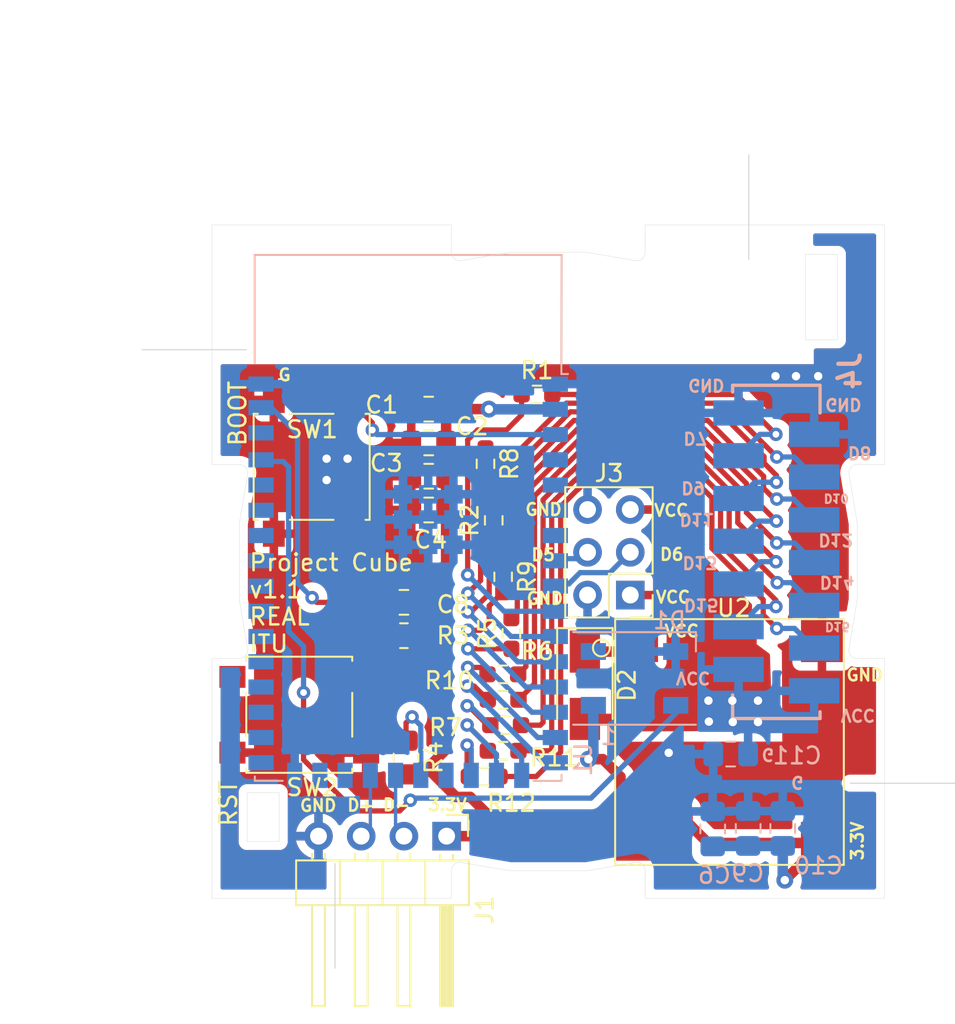
<source format=kicad_pcb>
(kicad_pcb (version 20221018) (generator pcbnew)
  (layers (0 "F.Cu" signal) (31 "B.Cu" signal) (34 "B.Paste" user) (35 "F.Paste" user) (36 "B.SilkS" user "B.Silkscreen") (37 "F.SilkS" user "F.Silkscreen") (38 "B.Mask" user) (39 "F.Mask" user) (44 "Edge.Cuts" user))
  (net 0 "")
  (net 1 "+3V3")
  (net 2 "GND")
  (net 3 "/Vin")
  (net 4 "/RESET")
  (net 5 "/NEOPIX")
  (net 7 "/D+")
  (net 8 "/D-")
  (net 9 "/D5")
  (net 10 "/D6")
  (net 11 "/D7")
  (net 12 "/D8")
  (net 13 "/D9")
  (net 14 "/D10")
  (net 15 "/D11")
  (net 16 "/D12")
  (net 17 "/BOOT0")
  (net 18 "/PSRAMCS")
  (net 19 "/SDA")
  (net 20 "/SCL")
  (net 21 "/MOSI")
  (net 22 "/SCK")
  (net 23 "/MISO")
  (net 24 "/IO38_DBLTAP")
  (net 25 "/TCK")
  (net 26 "/TDO")
  (net 27 "/TDI")
  (net 28 "/TMS_D42")
  (net 29 "/TXD0")
  (net 30 "/RXD0")
  (net 31 "/AD5")
  (net 32 "/AD4")
  (net 33 "/AD3")
  (net 34 "/AD2")
  (net 35 "/D21")
  (net 36 "/AD1")
  (net 37 "/AD0")
  (net 38 "/D16")
  (net 39 "/D15")
  (net 40 "/D14")
  (net 41 "/D13")
  (net 43 "Net-(D2-Pad1)")
  (net 45 "Net-(J4-Pad3)")
  (net 46 "Net-(J4-Pad4)")
  (net 47 "Net-(J4-Pad5)")
  (net 48 "Net-(J4-Pad6)")
  (net 49 "Net-(J4-Pad7)")
  (net 50 "Net-(J4-Pad8)")
  (net 51 "Net-(J4-Pad9)")
  (net 52 "Net-(J4-Pad10)")
  (net 53 "Net-(J4-Pad11)")
  (net 54 "Net-(J4-Pad12)")
  (footprint "Resistor_SMD:R_0805_2012Metric_Pad1.20x1.40mm_HandSolder" (layer "F.Cu") (at 211.328 74.422 180)
    (fp_text reference "R3")
    (fp_text value "10k")
  )
  (footprint "Capacitor_SMD:C_0805_2012Metric_Pad1.18x1.45mm_HandSolder" (layer "F.Cu") (at 211.328 72.4408)
    (fp_text reference "C8")
    (fp_text value "1u")
  )
  (footprint "Connector_PinHeader_2.54mm:PinHeader_2x03_P2.54mm_Vertical" (layer "F.Cu") (at 224.79 72.009 180)
    (fp_text reference "J3")
    (fp_text value "Conn_02x03_Odd_Even")
  )
  (footprint "Capacitor_SMD:C_0805_2012Metric_Pad1.18x1.45mm_HandSolder" (layer "F.Cu") (at 212.8012 66.9544 180)
    (fp_text reference "C4")
    (fp_text value "10u")
  )
  (footprint "Capacitor_SMD:C_0805_2012Metric_Pad1.18x1.45mm_HandSolder" (layer "F.Cu") (at 212.8012 62.9666 180)
    (fp_text reference "C2")
    (fp_text value "10u")
  )
  (footprint "Capacitor_SMD:C_0805_2012Metric_Pad1.18x1.45mm_HandSolder" (layer "F.Cu") (at 212.8012 60.96 180)
    (fp_text reference "C1")
    (fp_text value "10u")
  )
  (footprint "Button_Switch_SMD:SW_SPST_B3S-1000" (layer "F.Cu") (at 205.8416 64.389 90)
    (fp_text reference "SW1")
    (fp_text value "SW_Push")
  )
  (footprint "Button_Switch_SMD:SW_SPST_B3S-1000" (layer "F.Cu") (at 205.105 79.121 180)
    (fp_text reference "SW2")
    (fp_text value "SW_Push")
  )
  (footprint "Resistor_SMD:R_0805_2012Metric_Pad1.20x1.40mm_HandSolder" (layer "F.Cu") (at 211.455 81.661 -90)
    (fp_text reference "R4")
    (fp_text value "10k")
  )
  (footprint "Capacitor_SMD:C_0805_2012Metric_Pad1.18x1.45mm_HandSolder" (layer "F.Cu") (at 212.8012 64.9478 180)
    (fp_text reference "C3")
    (fp_text value "10u")
  )
  (footprint "Resistor_SMD:R_0603_1608Metric_Pad0.98x0.95mm_HandSolder" (layer "F.Cu") (at 217.38 79.74 180)
    (fp_text reference "R11")
    (fp_text value "500")
  )
  (footprint "Resistor_SMD:R_0603_1608Metric_Pad0.98x0.95mm_HandSolder" (layer "F.Cu") (at 216.18 64.21 -90)
    (fp_text reference "R8")
    (fp_text value "500")
  )
  (footprint "Resistor_SMD:R_0603_1608Metric_Pad0.98x0.95mm_HandSolder" (layer "F.Cu") (at 217.72 74.29 90)
    (fp_text reference "R5")
    (fp_text value "500")
  )
  (footprint "Resistor_SMD:R_0603_1608Metric_Pad0.98x0.95mm_HandSolder" (layer "F.Cu") (at 219.24 60.09)
    (fp_text reference "R1")
    (fp_text value "500")
  )
  (footprint "Connector_PinHeader_2.54mm:PinHeader_1x04_P2.54mm_Horizontal" (layer "F.Cu") (at 213.868 86.3346 -90)
    (fp_text reference "J1")
    (fp_text value "Conn_01x04_Male")
  )
  (footprint "Resistor_SMD:R_0603_1608Metric_Pad0.98x0.95mm_HandSolder" (layer "F.Cu") (at 217.23 81.26)
    (fp_text reference "R7")
    (fp_text value "500")
  )
  (footprint "Resistor_SMD:R_0603_1608Metric_Pad0.98x0.95mm_HandSolder" (layer "F.Cu") (at 216.67 67.57 90)
    (fp_text reference "R2")
    (fp_text value "500")
  )
  (footprint "Resistor_SMD:R_0603_1608Metric_Pad0.98x0.95mm_HandSolder" (layer "F.Cu") (at 216.1 82.79 180)
    (fp_text reference "R12")
    (fp_text value "500")
  )
  (footprint "Custom:K7803JT-500R3-SMD" (layer "F.Cu") (at 230.69 80.74)
    (fp_text reference "U2")
    (fp_text value "K78xxJT-500R3")
  )
  (footprint "Diode_SMD:D_SMA" (layer "F.Cu") (at 222.09 77.37 -90)
    (fp_text reference "D2")
    (fp_text value "D_Schottky")
  )
  (footprint "Resistor_SMD:R_0603_1608Metric_Pad0.98x0.95mm_HandSolder" (layer "F.Cu") (at 217.23 78.23)
    (fp_text reference "R6")
    (fp_text value "500")
  )
  (footprint "Resistor_SMD:R_0603_1608Metric_Pad0.98x0.95mm_HandSolder" (layer "F.Cu") (at 217.23 70.9225 -90)
    (fp_text reference "R9")
    (fp_text value "500")
  )
  (footprint "Resistor_SMD:R_0603_1608Metric_Pad0.98x0.95mm_HandSolder" (layer "F.Cu") (at 217.21 76.72 180)
    (fp_text reference "R10")
    (fp_text value "500")
  )
  (footprint "Capacitor_SMD:C_0805_2012Metric_Pad1.18x1.45mm_HandSolder" (layer "B.Cu") (at 231.8004 85.8774 90)
    (fp_text reference "C9")
    (fp_text value "22u")
  )
  (footprint "LED_SMD:LED_WS2812B_PLCC4_5.0x5.0mm_P3.2mm" (layer "B.Cu") (at 225.044 76.962)
    (fp_text reference "D1")
    (fp_text value "WS2812B")
  )
  (footprint "Capacitor_SMD:C_0805_2012Metric_Pad1.18x1.45mm_HandSolder" (layer "B.Cu") (at 229.6922 85.9028 90)
    (fp_text reference "C6")
    (fp_text value "0.1u")
  )
  (footprint "Custom:TE_Micromatch_2,54_14_SMD" (layer "B.Cu") (at 233.4768 69.4436 -90)
    (fp_text reference "J4")
    (fp_text value "Conn_02x07_Odd_Even" hide)
  )
  (footprint "Capacitor_SMD:C_0805_2012Metric_Pad1.18x1.45mm_HandSolder" (layer "B.Cu") (at 230.759 81.4578 180)
    (fp_text reference "C11")
    (fp_text value "10u")
  )
  (footprint "Capacitor_SMD:C_0805_2012Metric_Pad1.18x1.45mm_HandSolder" (layer "B.Cu") (at 233.8578 85.8774 90)
    (fp_text reference "C10")
    (fp_text value "22u")
  )
  (footprint "Custom:ESP32-S2-WROVER" (layer "B.Cu") (at 211.582 71.247 180)
    (fp_text reference "U1")
    (fp_text value "ESP32-S2-WROVER")
  )
  (gr_line (start 202.0062 83.7518) (end 203.9112 83.7518) (stroke (width 0.02)) (layer "Edge.Cuts"))
  (gr_line (start 203.9112 86.6518) (end 203.9112 83.7518) (stroke (width 0.02)) (layer "Edge.Cuts"))
  (gr_line (start 235.204 51.7652) (end 237.109 51.7652) (stroke (width 0.02)) (layer "Edge.Cuts"))
  (gr_line (start 237.109 51.7652) (end 237.109 56.8452) (stroke (width 0.02)) (layer "Edge.Cuts"))
  (gr_line (start 235.204 51.7652) (end 235.204 56.8452) (stroke (width 0.02)) (layer "Edge.Cuts"))
  (gr_line (start 237.109 56.8452) (end 235.204 56.8452) (stroke (width 0.02)) (layer "Edge.Cuts"))
  (gr_arc (start 225.677799 51.641949) (mid 225.500568 52.023865) (end 225.094466 52.135008) (stroke (width 0.02)) (layer "Edge.Cuts"))
  (gr_line (start 225.095666 52.135008) (end 222.179 51.642001) (stroke (width 0.02)) (layer "Edge.Cuts"))
  (gr_line (start 201.539715 72.28129) (end 202.032721 75.197957) (stroke (width 0.02)) (layer "Edge.Cuts"))
  (gr_arc (start 237.795511 64.836099) (mid 237.906611 64.429986) (end 238.288509 64.252715) (stroke (width 0.02)) (layer "Edge.Cuts"))
  (gr_line (start 217.650429 88.392001) (end 222.179004 88.392001) (stroke (width 0.02)) (layer "Edge.Cuts"))
  (gr_line (start 201.539715 67.752715) (end 201.539715 72.28129) (stroke (width 0.02)) (layer "Edge.Cuts"))
  (gr_line (start 222.179 51.642001) (end 217.650425 51.642001) (stroke (width 0.02)) (layer "Edge.Cuts"))
  (gr_line (start 238.289715 67.752712) (end 237.796708 64.836045) (stroke (width 0.02)) (layer "Edge.Cuts"))
  (gr_arc (start 202.031507 75.197903) (mid 201.920407 75.604016) (end 201.538509 75.781287) (stroke (width 0.02)) (layer "Edge.Cuts"))
  (gr_line (start 202.032721 64.836049) (end 201.539715 67.752715) (stroke (width 0.02)) (layer "Edge.Cuts"))
  (gr_arc (start 214.732608 52.135003) (mid 214.325729 52.023255) (end 214.149224 51.64) (stroke (width 0.02)) (layer "Edge.Cuts"))
  (gr_line (start 214.733762 87.898994) (end 217.650429 88.392001) (stroke (width 0.02)) (layer "Edge.Cuts"))
  (gr_line (start 238.289715 72.281287) (end 238.289715 67.752712) (stroke (width 0.02)) (layer "Edge.Cuts"))
  (gr_line (start 222.179004 88.392001) (end 225.095671 87.898994) (stroke (width 0.02)) (layer "Edge.Cuts"))
  (gr_arc (start 201.538458 64.252712) (mid 201.920374 64.429944) (end 202.031516 64.836046) (stroke (width 0.02)) (layer "Edge.Cuts"))
  (gr_line (start 237.796708 75.197954) (end 238.289715 72.281287) (stroke (width 0.02)) (layer "Edge.Cuts"))
  (gr_arc (start 214.149221 88.392052) (mid 214.326453 88.010137) (end 214.732554 87.898995) (stroke (width 0.02)) (layer "Edge.Cuts"))
  (gr_arc (start 225.094411 87.899003) (mid 225.500524 88.010103) (end 225.677795 88.392001) (stroke (width 0.02)) (layer "Edge.Cuts"))
  (gr_arc (start 238.288561 75.781289) (mid 237.906645 75.604058) (end 237.795503 75.197957) (stroke (width 0.02)) (layer "Edge.Cuts"))
  (gr_line (start 217.650425 51.642001) (end 214.733759 52.135008) (stroke (width 0.02)) (layer "Edge.Cuts"))
  (gr_line (start 237.87 83.1885) (end 244.093 83.1885) (stroke (width 0.05588)) (layer "Edge.Cuts"))
  (gr_line (start 238.289714 64.252715) (end 239.914714 64.252715) (stroke (width 0.02)) (layer "Edge.Cuts"))
  (gr_line (start 201.539715 75.781286) (end 199.914715 75.781286) (stroke (width 0.02)) (layer "Edge.Cuts"))
  (gr_line (start 199.914715 50.017001) (end 199.914715 64.252715) (stroke (width 0.02)) (layer "Edge.Cuts"))
  (gr_line (start 239.914714 50.017001) (end 225.679 50.017001) (stroke (width 0.02)) (layer "Edge.Cuts"))
  (gr_line (start 199.914715 75.781286) (end 199.914715 90.017) (stroke (width 0.02)) (layer "Edge.Cuts"))
  (gr_line (start 225.679 90.017) (end 239.914714 90.017) (stroke (width 0.02)) (layer "Edge.Cuts"))
  (gr_line (start 231.8385 52.07) (end 231.8385 45.847) (stroke (width 0.05588)) (layer "Edge.Cuts"))
  (gr_line (start 214.149224 51.64) (end 214.150426 50.017001) (stroke (width 0.02)) (layer "Edge.Cuts"))
  (gr_line (start 239.914714 75.78128) (end 238.289714 75.78129) (stroke (width 0.02)) (layer "Edge.Cuts"))
  (gr_line (start 214.150426 90.017) (end 214.150426 88.392) (stroke (width 0.02)) (layer "Edge.Cuts"))
  (gr_line (start 214.150426 50.017001) (end 199.914715 50.017001) (stroke (width 0.02)) (layer "Edge.Cuts"))
  (gr_line (start 199.914715 64.252715) (end 201.539715 64.252711) (stroke (width 0.02)) (layer "Edge.Cuts"))
  (gr_line (start 239.914714 64.252715) (end 239.914714 50.017001) (stroke (width 0.02)) (layer "Edge.Cuts"))
  (gr_line (start 239.914714 90.017) (end 239.914714 75.78128) (stroke (width 0.02)) (layer "Edge.Cuts"))
  (gr_line (start 199.914715 90.017) (end 214.150426 90.017) (stroke (width 0.02)) (layer "Edge.Cuts"))
  (gr_line (start 202.0062 86.6518) (end 203.9112 86.6518) (stroke (width 0.02)) (layer "Edge.Cuts"))
  (gr_line (start 225.679 50.017001) (end 225.679003 51.642001) (stroke (width 0.02)) (layer "Edge.Cuts"))
  (gr_line (start 202.0062 83.7518) (end 202.0062 86.6518) (stroke (width 0.02)) (layer "Edge.Cuts"))
  (gr_line (start 225.679 88.392) (end 225.679 90.017) (stroke (width 0.02)) (layer "Edge.Cuts"))
  (gr_line (start 201.97 57.4315) (end 195.747 57.4315) (stroke (width 0.05588)) (layer "Edge.Cuts"))
  (gr_line (start 207.2315 87.96) (end 207.2315 94.183) (stroke (width 0.05588)) (layer "Edge.Cuts"))
  (gr_text "VCC" (at 238.3282 79.1464 180) (layer "B.SilkS") (effects (font (size 0.7 0.7)) (justify mirror)))
  (gr_text "D7" (at 228.6508 62.6872 180) (layer "B.SilkS") (effects (font (size 0.7 0.7)) (justify mirror)))
  (gr_text "D16" (at 237.109 73.8886 180) (layer "B.SilkS") (effects (font (size 0.5 0.5) (thickness 0.125)) (justify mirror)))
  (gr_text "G" (at 234.7214 83.1342 180) (layer "B.SilkS") (effects (font (size 0.7 0.7)) (justify mirror)))
  (gr_text "VCC" (at 228.5238 76.9366 180) (layer "B.SilkS") (effects (font (size 0.7 0.7)) (justify mirror)))
  (gr_text "D10" (at 237.04 66.26 180) (layer "B.SilkS") (effects (font (size 0.5 0.5) (thickness 0.125)) (justify mirror)))
  (gr_text "D11" (at 228.7524 67.5132 180) (layer "B.SilkS") (effects (font (size 0.7 0.7)) (justify mirror)))
  (gr_text "D9" (at 228.5238 65.6336 180) (layer "B.SilkS") (effects (font (size 0.7 0.7)) (justify mirror)))
  (gr_text "D8" (at 238.4298 63.5508 180) (layer "B.SilkS") (effects (font (size 0.7 0.7)) (justify mirror)))
  (gr_text "D14" (at 237.0836 71.247 180) (layer "B.SilkS") (effects (font (size 0.7 0.7)) (justify mirror)))
  (gr_text "D12" (at 237.0074 68.7324 180) (layer "B.SilkS") (effects (font (size 0.7 0.7)) (justify mirror)))
  (gr_text "D13" (at 228.9302 70.0786 180) (layer "B.SilkS") (effects (font (size 0.7 0.7)) (justify mirror)))
  (gr_text "GND" (at 229.3112 59.5376 180) (layer "B.SilkS") (effects (font (size 0.7 0.7)) (justify mirror)))
  (gr_text "GND" (at 237.4646 60.6806 180) (layer "B.SilkS") (effects (font (size 0.7 0.7)) (justify mirror)))
  (gr_text "D15" (at 229.0064 72.5932 180) (layer "B.SilkS") (effects (font (size 0.7 0.7)) (justify mirror)))
  (gr_text "G" (at 232.9688 81.4832 180) (layer "B.SilkS") (effects (font (size 0.7 0.7)) (justify mirror)))
  (gr_text "D5" (at 219.6084 69.6214) (layer "F.SilkS") (effects (font (size 0.7 0.7))))
  (gr_text "VCC" (at 227.2284 66.9798) (layer "F.SilkS") (effects (font (size 0.7 0.7))))
  (gr_text "D+" (at 208.76 84.5) (layer "F.SilkS") (effects (font (size 0.7 0.7))))
  (gr_text "D-" (at 210.88 84.48) (layer "F.SilkS") (effects (font (size 0.7 0.7))))
  (gr_text "G" (at 204.23 58.93) (layer "F.SilkS") (effects (font (size 0.7 0.7))))
  (gr_text "D6" (at 227.2538 69.596) (layer "F.SilkS") (effects (font (size 0.7 0.7))))
  (gr_text "GND" (at 219.71 72.2122) (layer "F.SilkS") (effects (font (size 0.7 0.7))))
  (gr_text "Project Cube\nv1.1\nREAL\nITU" (at 202.05 72.49) (layer "F.SilkS") (effects (font (size 1 1)) (justify left)))
  (gr_text "3.3V" (at 213.92 84.47) (layer "F.SilkS") (effects (font (size 0.7 0.7))))
  (gr_text "3.3V" (at 238.3 86.62 90) (layer "F.SilkS") (effects (font (size 0.7 0.7))))
  (gr_text "VCC" (at 227.33 72.136) (layer "F.SilkS") (effects (font (size 0.7 0.7))))
  (gr_text "GND" (at 238.73 76.76) (layer "F.SilkS") (effects (font (size 0.7 0.7))))
  (gr_text "RST" (at 200.89 84.39 90) (layer "F.SilkS") (effects (font (size 1 1))))
  (gr_text "GND" (at 219.6338 66.929) (layer "F.SilkS") (effects (font (size 0.7 0.7))))
  (gr_text "VCC" (at 227.85 74.15) (layer "F.SilkS") (effects (font (size 0.7 0.7))))
  (gr_text "GND" (at 206.23 84.52) (layer "F.SilkS") (effects (font (size 0.7 0.7))))
  (gr_text "BOOT" (at 201.44 61.22 90) (layer "F.SilkS") (effects (font (size 1 1))))
  (segment (start 223.1644 81.7626) (end 222.3008 81.7626) (width 0.625) (layer "F.Cu") (net 1))
  (segment (start 222.7072 86.6648) (end 222.3008 87.0712) (width 0.625) (layer "F.Cu") (net 1))
  (segment (start 224.204978 84.201) (end 224.204978 82.803178) (width 0.625) (layer "F.Cu") (net 1))
  (segment (start 233.9792 88.9508) (end 236.19 86.74) (width 0.625) (layer "F.Cu") (net 1))
  (segment (start 211.455 82.661) (end 212.36 82.661) (width 0.625) (layer "F.Cu") (net 1))
  (segment (start 228.1936 85.5218) (end 228.1936 84.7852) (width 0.625) (layer "F.Cu") (net 1))
  (segment (start 212.725 82.296) (end 213.8387 81.1823) (width 0.625) (layer "F.Cu") (net 1))
  (segment (start 227.6094 84.201) (end 224.204978 84.201) (width 0.625) (layer "F.Cu") (net 1))
  (segment (start 236.19 86.74) (end 229.4118 86.74) (width 0.625) (layer "F.Cu") (net 1))
  (segment (start 213.8387 62.9666) (end 213.8387 64.9478) (width 0.625) (layer "F.Cu") (net 1))
  (segment (start 217.2462 87.0712) (end 216.3064 86.1314) (width 0.625) (layer "F.Cu") (net 1))
  (segment (start 216.1032 86.3346) (end 216.3064 86.1314) (width 0.625) (layer "F.Cu") (net 1))
  (segment (start 213.8387 74.3497) (end 213.8387 66.9544) (width 0.625) (layer "F.Cu") (net 1))
  (segment (start 213.8387 64.9478) (end 213.8387 66.9544) (width 0.625) (layer "F.Cu") (net 1))
  (segment (start 224.204978 82.803178) (end 223.1644 81.7626) (width 0.625) (layer "F.Cu") (net 1))
  (segment (start 228.1936 84.7852) (end 227.6094 84.201) (width 0.625) (layer "F.Cu") (net 1))
  (segment (start 229.4118 86.74) (end 228.1936 85.5218) (width 0.625) (layer "F.Cu") (net 1))
  (segment (start 212.36 82.661) (end 212.725 82.296) (width 0.625) (layer "F.Cu") (net 1))
  (segment (start 212.328 74.422) (end 213.7664 74.422) (width 0.625) (layer "F.Cu") (net 1))
  (segment (start 216.3064 85.0392) (end 215.27169 84.00449) (width 0.625) (layer "F.Cu") (net 1))
  (segment (start 222.3008 87.0712) (end 217.2462 87.0712) (width 0.625) (layer "F.Cu") (net 1))
  (segment (start 213.8387 81.1823) (end 213.8387 74.3497) (width 0.625) (layer "F.Cu") (net 1))
  (segment (start 213.8387 60.96) (end 213.8387 62.9666) (width 0.625) (layer "F.Cu") (net 1))
  (segment (start 222.7072 85.698778) (end 222.7072 86.6648) (width 0.625) (layer "F.Cu") (net 1))
  (segment (start 215.27169 84.00449) (end 214.43349 84.00449) (width 0.625) (layer "F.Cu") (net 1))
  (segment (start 216.3826 60.96) (end 213.8387 60.96) (width 0.625) (layer "F.Cu") (net 1))
  (segment (start 213.7664 74.422) (end 213.8387 74.3497) (width 0.625) (layer "F.Cu") (net 1))
  (segment (start 213.868 86.3346) (end 216.1032 86.3346) (width 0.625) (layer "F.Cu") (net 1))
  (segment (start 224.204978 84.201) (end 222.7072 85.698778) (width 0.625) (layer "F.Cu") (net 1))
  (segment (start 214.43349 84.00449) (end 212.725 82.296) (width 0.625) (layer "F.Cu") (net 1))
  (segment (start 216.3064 86.1314) (end 216.3064 85.0392) (width 0.625) (layer "F.Cu") (net 1))
  (via (at 216.3826 60.96) (size 1) (drill 0.5) (layers "F.Cu" "B.Cu") (net 1))
  (via (at 222.3008 81.7626) (size 1) (drill 0.5) (layers "F.Cu" "B.Cu") (net 1))
  (via (at 233.9792 88.9508) (size 1) (drill 0.5) (layers "F.Cu" "B.Cu") (net 1))
  (segment (start 233.8578 86.9149) (end 231.8004 86.9149) (width 0.625) (layer "B.Cu") (net 1))
  (segment (start 233.8578 86.9149) (end 233.8578 88.8294) (width 0.625) (layer "B.Cu") (net 1))
  (segment (start 222.594 81.4694) (end 222.3008 81.7626) (width 0.625) (layer "B.Cu") (net 1))
  (segment (start 229.7176 86.9149) (end 229.6922 86.9403) (width 0.625) (layer "B.Cu") (net 1))
  (segment (start 222.594 78.562) (end 222.594 81.4694) (width 0.625) (layer "B.Cu") (net 1))
  (segment (start 220.332 60.972) (end 216.3946 60.972) (width 0.625) (layer "B.Cu") (net 1))
  (segment (start 220.092 60.96) (end 220.207 60.845) (width 0.625) (layer "B.Cu") (net 1))
  (segment (start 233.8578 88.8294) (end 233.9792 88.9508) (width 0.625) (layer "B.Cu") (net 1))
  (segment (start 216.3946 60.972) (end 216.3826 60.96) (width 0.625) (layer "B.Cu") (net 1))
  (segment (start 220.207 60.972) (end 220.171499 60.936499) (width 0.625) (layer "B.Cu") (net 1))
  (segment (start 231.8004 86.9149) (end 229.7176 86.9149) (width 0.625) (layer "B.Cu") (net 1))
  (via (at 234.6452 59.0042) (size 1) (drill 0.5) (layers "F.Cu" "B.Cu") (net 2))
  (via (at 227.076 81.3816) (size 1) (drill 0.5) (layers "F.Cu" "B.Cu") (net 2))
  (via (at 233.426 59.0042) (size 1) (drill 0.5) (layers "F.Cu" "B.Cu") (net 2))
  (via (at 207.9752 63.9064) (size 1) (drill 0.5) (layers "F.Cu" "B.Cu") (net 2))
  (via (at 206.7306 63.9064) (size 1) (drill 0.5) (layers "F.Cu" "B.Cu") (net 2))
  (via (at 235.966 59.0042) (size 1) (drill 0.5) (layers "F.Cu" "B.Cu") (net 2))
  (via (at 206.7306 65.1764) (size 1) (drill 0.5) (layers "F.Cu" "B.Cu") (net 2))
  (segment (start 222.09 79.37) (end 224.4 79.37) (width 0.625) (layer "F.Cu") (net 3))
  (segment (start 224.4 79.37) (end 225.32 78.45) (width 0.625) (layer "F.Cu") (net 3))
  (segment (start 229.2858 79.375) (end 229.4382 79.5274) (width 0.625) (layer "F.Cu") (net 3))
  (via (at 232.3846 78.2828) (size 1) (drill 0.5) (layers "F.Cu" "B.Cu") (net 3))
  (via (at 230.8606 78.2828) (size 1) (drill 0.5) (layers "F.Cu" "B.Cu") (net 3))
  (via (at 229.4636 79.5274) (size 1) (drill 0.5) (layers "F.Cu" "B.Cu") (net 3))
  (via (at 229.4382 78.2828) (size 1) (drill 0.5) (layers "F.Cu" "B.Cu") (net 3))
  (via (at 230.886 79.5528) (size 1) (drill 0.5) (layers "F.Cu" "B.Cu") (net 3))
  (via (at 232.3846 79.5528) (size 1) (drill 0.5) (layers "F.Cu" "B.Cu") (net 3))
  (segment (start 209.08 76.871) (end 209.08 75.67) (width 0.3125) (layer "F.Cu") (net 4))
  (segment (start 209.08 75.67) (end 210.328 74.422) (width 0.3125) (layer "F.Cu") (net 4))
  (segment (start 210.2905 72.4408) (end 206.1464 72.4408) (width 0.3125) (layer "F.Cu") (net 4))
  (segment (start 206.1464 72.4408) (end 205.867 72.1614) (width 0.3125) (layer "F.Cu") (net 4))
  (segment (start 210.2905 72.4408) (end 210.2905 74.3845) (width 0.3125) (layer "F.Cu") (net 4))
  (segment (start 210.2905 74.3845) (end 210.328 74.422) (width 0.3125) (layer "F.Cu") (net 4))
  (via (at 205.867 72.1614) (size 0.8) (drill 0.4) (layers "F.Cu" "B.Cu") (net 4))
  (segment (start 205.0034 62.4332) (end 203.4422 60.872) (width 0.3125) (layer "B.Cu") (net 4))
  (segment (start 205.867 72.1614) (end 205.0034 71.2978) (width 0.3125) (layer "B.Cu") (net 4))
  (segment (start 203.4422 60.872) (end 202.832 60.872) (width 0.3125) (layer "B.Cu") (net 4))
  (segment (start 205.0034 71.2978) (end 205.0034 62.4332) (width 0.3125) (layer "B.Cu") (net 4))
  (segment (start 205.359 81.788) (end 208.407 84.836) (width 0.3125) (layer "F.Cu") (net 5))
  (segment (start 208.407 84.836) (end 211.074 84.836) (width 0.3125) (layer "F.Cu") (net 5))
  (segment (start 205.359 81.788) (end 205.359 77.8002) (width 0.3125) (layer "F.Cu") (net 5))
  (segment (start 211.074 84.836) (end 211.709 84.201) (width 0.3125) (layer "F.Cu") (net 5))
  (via (at 211.709 84.201) (size 0.8) (drill 0.4) (layers "F.Cu" "B.Cu") (net 5))
  (via (at 205.359 77.8002) (size 0.8) (drill 0.4) (layers "F.Cu" "B.Cu") (net 5))
  (segment (start 205.359 75.057) (end 204.47 74.168) (width 0.3125) (layer "B.Cu") (net 5))
  (segment (start 205.359 77.8002) (end 205.359 75.057) (width 0.3125) (layer "B.Cu") (net 5))
  (segment (start 202.957 64.072) (end 204.1465 64.072) (width 0.3125) (layer "B.Cu") (net 5))
  (segment (start 211.709 84.201) (end 211.836 84.074) (width 0.3125) (layer "B.Cu") (net 5))
  (segment (start 227.494 79.0332) (end 227.494 78.562) (width 0.3125) (layer "B.Cu") (net 5))
  (segment (start 211.836 84.074) (end 222.4532 84.074) (width 0.3125) (layer "B.Cu") (net 5))
  (segment (start 204.47 64.3955) (end 204.47 74.168) (width 0.3125) (layer "B.Cu") (net 5))
  (segment (start 204.1465 64.072) (end 204.47 64.3955) (width 0.3125) (layer "B.Cu") (net 5))
  (segment (start 222.4532 84.074) (end 227.494 79.0332) (width 0.3125) (layer "B.Cu") (net 5))
  (segment (start 209.332 85.7906) (end 208.788 86.3346) (width 0.2) (layer "B.Cu") (net 7))
  (segment (start 209.332 82.722) (end 209.332 85.7906) (width 0.2) (layer "B.Cu") (net 7))
  (segment (start 210.832 82.722) (end 210.832 85.8386) (width 0.2) (layer "B.Cu") (net 8))
  (segment (start 210.832 85.8386) (end 211.328 86.3346) (width 0.2) (layer "B.Cu") (net 8))
  (segment (start 220.207 69.845) (end 221.874 69.845) (width 0.3125) (layer "B.Cu") (net 9))
  (segment (start 221.874 69.845) (end 222.25 69.469) (width 0.3125) (layer "B.Cu") (net 9))
  (segment (start 223.583749 70.675251) (end 224.79 69.469) (width 0.3125) (layer "B.Cu") (net 10))
  (segment (start 221.805749 70.675251) (end 223.583749 70.675251) (width 0.3125) (layer "B.Cu") (net 10))
  (segment (start 221.136 71.345) (end 221.805749 70.675251) (width 0.3125) (layer "B.Cu") (net 10))
  (segment (start 220.207 71.345) (end 221.136 71.345) (width 0.3125) (layer "B.Cu") (net 10))
  (segment (start 215.71 62.2) (end 217.43 62.2) (width 0.3125) (layer "F.Cu") (net 11))
  (segment (start 215.12 62.79) (end 215.71 62.2) (width 0.3125) (layer "F.Cu") (net 11))
  (segment (start 217.43 62.2) (end 218.3275 61.3025) (width 0.3125) (layer "F.Cu") (net 11))
  (segment (start 215.12 70.81) (end 215.12 62.79) (width 0.3125) (layer "F.Cu") (net 11))
  (segment (start 218.3275 61.3025) (end 218.3275 60.09) (width 0.3125) (layer "F.Cu") (net 11))
  (via (at 215.12 70.81) (size 0.8) (drill 0.4) (layers "F.Cu" "B.Cu") (net 11))
  (segment (start 217.282 72.972) (end 215.12 70.81) (width 0.3125) (layer "B.Cu") (net 11))
  (segment (start 220.332 72.972) (end 217.282 72.972) (width 0.3125) (layer "B.Cu") (net 11))
  (segment (start 215.82 65.4825) (end 216.18 65.1225) (width 0.3125) (layer "F.Cu") (net 12))
  (segment (start 215.82 69.65) (end 215.82 65.4825) (width 0.3125) (layer "F.Cu") (net 12))
  (segment (start 215.13 71.9) (end 215.88721 71.14279) (width 0.3125) (layer "F.Cu") (net 12))
  (segment (start 215.88721 69.71721) (end 215.82 69.65) (width 0.3125) (layer "F.Cu") (net 12))
  (segment (start 215.88721 71.14279) (end 215.88721 69.71721) (width 0.3125) (layer "F.Cu") (net 12))
  (via (at 215.13 71.9) (size 0.8) (drill 0.4) (layers "F.Cu" "B.Cu") (net 12))
  (segment (start 217.702 74.472) (end 215.13 71.9) (width 0.3125) (layer "B.Cu") (net 12))
  (segment (start 220.332 74.472) (end 217.702 74.472) (width 0.3125) (layer "B.Cu") (net 12))
  (segment (start 215.13 73.01) (end 215.318395 73.01) (width 0.3125) (layer "F.Cu") (net 13))
  (segment (start 216.39923 68.75327) (end 216.67 68.4825) (width 0.3125) (layer "F.Cu") (net 13))
  (segment (start 215.318395 73.01) (end 216.39923 71.929165) (width 0.3125) (layer "F.Cu") (net 13))
  (segment (start 216.39923 71.929165) (end 216.39923 68.75327) (width 0.3125) (layer "F.Cu") (net 13))
  (via (at 215.13 73.01) (size 0.8) (drill 0.4) (layers "F.Cu" "B.Cu") (net 13))
  (segment (start 220.332 75.972) (end 218.092 75.972) (width 0.3125) (layer "B.Cu") (net 13))
  (segment (start 218.092 75.972) (end 215.13 73.01) (width 0.3125) (layer "B.Cu") (net 13))
  (segment (start 216.4 73.58) (end 216.4 72.6525) (width 0.3125) (layer "F.Cu") (net 14))
  (segment (start 215.14 74.1) (end 215.88 74.1) (width 0.3125) (layer "F.Cu") (net 14))
  (segment (start 216.4 72.6525) (end 217.21 71.8425) (width 0.3125) (layer "F.Cu") (net 14))
  (segment (start 215.88 74.1) (end 216.4 73.58) (width 0.3125) (layer "F.Cu") (net 14))
  (via (at 215.14 74.1) (size 0.8) (drill 0.4) (layers "F.Cu" "B.Cu") (net 14))
  (segment (start 218.582 77.472) (end 215.21 74.1) (width 0.3125) (layer "B.Cu") (net 14))
  (segment (start 215.21 74.1) (end 215.14 74.1) (width 0.3125) (layer "B.Cu") (net 14))
  (segment (start 218.582 77.472) (end 220.332 77.472) (width 0.3125) (layer "B.Cu") (net 14))
  (segment (start 217.7175 75.2) (end 217.72 75.2025) (width 0.3125) (layer "F.Cu") (net 15))
  (segment (start 215.13 75.2) (end 217.7175 75.2) (width 0.3125) (layer "F.Cu") (net 15))
  (via (at 215.13 75.2) (size 0.8) (drill 0.4) (layers "F.Cu" "B.Cu") (net 15))
  (segment (start 215.17 75.2) (end 215.13 75.2) (width 0.3125) (layer "B.Cu") (net 15))
  (segment (start 218.942 78.972) (end 215.17 75.2) (width 0.3125) (layer "B.Cu") (net 15))
  (segment (start 218.942 78.972) (end 220.332 78.972) (width 0.3125) (layer "B.Cu") (net 15))
  (segment (start 215.12 76.31) (end 215.8875 76.31) (width 0.3125) (layer "F.Cu") (net 16))
  (segment (start 215.8875 76.31) (end 216.2975 76.72) (width 0.3125) (layer "F.Cu") (net 16))
  (via (at 215.12 76.31) (size 0.8) (drill 0.4) (layers "F.Cu" "B.Cu") (net 16))
  (segment (start 219.282 80.472) (end 215.12 76.31) (width 0.3125) (layer "B.Cu") (net 16))
  (segment (start 220.332 80.472) (end 219.282 80.472) (width 0.3125) (layer "B.Cu") (net 16))
  (segment (start 209.4484 62.2046) (end 209.4484 61.7708) (width 0.3125) (layer "F.Cu") (net 17))
  (segment (start 209.4484 61.7708) (end 208.0916 60.414) (width 0.3125) (layer "F.Cu") (net 17))
  (via (at 209.4484 62.2046) (size 0.8) (drill 0.4) (layers "F.Cu" "B.Cu") (net 17))
  (segment (start 209.7158 62.472) (end 209.4484 62.2046) (width 0.3125) (layer "B.Cu") (net 17))
  (segment (start 220.332 62.472) (end 209.7158 62.472) (width 0.3125) (layer "B.Cu") (net 17))
  (segment (start 211.455 79.6055) (end 211.8125 79.248) (width 0.3125) (layer "F.Cu") (net 36))
  (segment (start 211.455 80.661) (end 211.455 79.6055) (width 0.3125) (layer "F.Cu") (net 36))
  (via (at 211.8125 79.248) (size 0.8) (drill 0.4) (layers "F.Cu" "B.Cu") (net 36))
  (segment (start 212.332 82.722) (end 212.332 79.7675) (width 0.3125) (layer "B.Cu") (net 36))
  (segment (start 211.8125 79.248) (end 212.332 79.7675) (width 0.3125) (layer "B.Cu") (net 36))
  (segment (start 215.0872 80.9244) (end 215.0872 82.6897) (width 0.3125) (layer "F.Cu") (net 38))
  (segment (start 215.0872 82.6897) (end 215.1875 82.79) (width 0.3125) (layer "F.Cu") (net 38))
  (via (at 215.0872 80.9244) (size 0.8) (drill 0.4) (layers "F.Cu" "B.Cu") (net 38))
  (segment (start 215.332 82.722) (end 215.332 81.1692) (width 0.3125) (layer "B.Cu") (net 38))
  (segment (start 215.332 81.1692) (end 215.0872 80.9244) (width 0.3125) (layer "B.Cu") (net 38))
  (segment (start 215.09 79.73) (end 216.3175 80.9575) (width 0.3125) (layer "F.Cu") (net 39))
  (segment (start 216.3175 80.9575) (end 216.3175 81.26) (width 0.3125) (layer "F.Cu") (net 39))
  (via (at 215.09 79.73) (size 0.8) (drill 0.4) (layers "F.Cu" "B.Cu") (net 39))
  (segment (start 216.832 82.722) (end 216.832 81.472) (width 0.3125) (layer "B.Cu") (net 39))
  (segment (start 216.832 81.472) (end 215.09 79.73) (width 0.3125) (layer "B.Cu") (net 39))
  (segment (start 215.09 78.5876) (end 215.1551 78.5876) (width 0.3125) (layer "F.Cu") (net 40))
  (segment (start 215.1551 78.5876) (end 216.3075 79.74) (width 0.3125) (layer "F.Cu") (net 40))
  (via (at 215.09 78.5876) (size 0.8) (drill 0.4) (layers "F.Cu" "B.Cu") (net 40))
  (segment (start 215.2601 78.5876) (end 215.09 78.5876) (width 0.3125) (layer "B.Cu") (net 40))
  (segment (start 218.332 82.722) (end 218.332 81.6595) (width 0.3125) (layer "B.Cu") (net 40))
  (segment (start 218.332 81.6595) (end 215.2601 78.5876) (width 0.3125) (layer "B.Cu") (net 40))
  (segment (start 215.1 77.42) (end 215.5075 77.42) (width 0.3125) (layer "F.Cu") (net 41))
  (segment (start 215.5075 77.42) (end 216.3175 78.23) (width 0.3125) (layer "F.Cu") (net 41))
  (via (at 215.1 77.42) (size 0.8) (drill 0.4) (layers "F.Cu" "B.Cu") (net 41))
  (segment (start 219.652 81.972) (end 215.1 77.42) (width 0.3125) (layer "B.Cu") (net 41))
  (segment (start 220.332 81.972) (end 219.652 81.972) (width 0.3125) (layer "B.Cu") (net 41))
  (segment (start 222.09 75.37) (end 224.56 75.37) (width 0.625) (layer "F.Cu") (net 43))
  (segment (start 224.56 75.37) (end 225.19 74.74) (width 0.625) (layer "F.Cu") (net 43))
  (segment (start 220.1525 60.09) (end 231.0828 60.09) (width 0.3125) (layer "F.Cu") (net 45))
  (segment (start 231.0828 60.09) (end 233.4514 62.4586) (width 0.3125) (layer "F.Cu") (net 45))
  (via (at 233.4514 62.4586) (size 0.8) (drill 0.4) (layers "F.Cu" "B.Cu") (net 45))
  (segment (start 233.4514 62.4586) (end 232.4968 62.4586) (width 0.3125) (layer "B.Cu") (net 45))
  (segment (start 232.4968 62.4586) (end 231.2268 63.7286) (width 0.3125) (layer "B.Cu") (net 45))
  (segment (start 218.299272 63.2975) (end 220.987862 60.60891) (width 0.3125) (layer "F.Cu") (net 46))
  (segment (start 216.18 63.2975) (end 218.299272 63.2975) (width 0.3125) (layer "F.Cu") (net 46))
  (segment (start 230.30631 60.60891) (end 233.5022 63.8048) (width 0.3125) (layer "F.Cu") (net 46))
  (segment (start 220.987862 60.60891) (end 230.30631 60.60891) (width 0.3125) (layer "F.Cu") (net 46))
  (via (at 233.5022 63.8048) (size 0.8) (drill 0.4) (layers "F.Cu" "B.Cu") (net 46))
  (segment (start 233.5022 63.8048) (end 234.533 63.8048) (width 0.3125) (layer "B.Cu") (net 46))
  (segment (start 234.533 63.8048) (end 235.7268 64.9986) (width 0.3125) (layer "B.Cu") (net 46))
  (segment (start 221.222304 61.12142) (end 230.08222 61.12142) (width 0.3125) (layer "F.Cu") (net 47))
  (segment (start 217.045827 65.275051) (end 220.185696 62.135182) (width 0.3125) (layer "F.Cu") (net 47))
  (segment (start 216.67 66.6575) (end 217.045827 66.281673) (width 0.3125) (layer "F.Cu") (net 47))
  (segment (start 232.745949 64.166149) (end 233.4768 64.897) (width 0.3125) (layer "F.Cu") (net 47))
  (segment (start 230.08222 61.12142) (end 232.745949 63.785149) (width 0.3125) (layer "F.Cu") (net 47))
  (segment (start 232.745949 63.785149) (end 232.745949 64.166149) (width 0.3125) (layer "F.Cu") (net 47))
  (segment (start 233.4768 64.897) (end 233.4768 65.3034) (width 0.3125) (layer "F.Cu") (net 47))
  (segment (start 217.045827 66.281673) (end 217.045827 65.275051) (width 0.3125) (layer "F.Cu") (net 47))
  (segment (start 220.208542 62.135182) (end 221.222304 61.12142) (width 0.3125) (layer "F.Cu") (net 47))
  (segment (start 220.185696 62.135182) (end 220.208542 62.135182) (width 0.3125) (layer "F.Cu") (net 47))
  (via (at 233.4768 65.3034) (size 0.8) (drill 0.4) (layers "F.Cu" "B.Cu") (net 47))
  (segment (start 233.4768 65.3034) (end 232.192 65.3034) (width 0.3125) (layer "B.Cu") (net 47))
  (segment (start 232.192 65.3034) (end 231.2268 66.2686) (width 0.3125) (layer "B.Cu") (net 47))
  (segment (start 229.40093 61.63393) (end 232.720549 64.953549) (width 0.3125) (layer "F.Cu") (net 48))
  (segment (start 217.557847 65.487116) (end 217.777949 65.267014) (width 0.3125) (layer "F.Cu") (net 48))
  (segment (start 232.720549 65.666401) (end 233.357185 66.303037) (width 0.3125) (layer "F.Cu") (net 48))
  (segment (start 232.720549 64.953549) (end 232.720549 65.666401) (width 0.3125) (layer "F.Cu") (net 48))
  (segment (start 233.357185 66.303037) (end 233.503817 66.303037) (width 0.3125) (layer "F.Cu") (net 48))
  (segment (start 217.777949 65.267014) (end 220.397278 62.647692) (width 0.3125) (layer "F.Cu") (net 48))
  (segment (start 221.434592 61.63393) (end 229.40093 61.63393) (width 0.3125) (layer "F.Cu") (net 48))
  (segment (start 217.557847 69.682153) (end 217.557847 65.487116) (width 0.3125) (layer "F.Cu") (net 48))
  (segment (start 220.420831 62.647691) (end 221.434592 61.63393) (width 0.3125) (layer "F.Cu") (net 48))
  (segment (start 217.23 70.01) (end 217.557847 69.682153) (width 0.3125) (layer "F.Cu") (net 48))
  (segment (start 220.397278 62.647692) (end 220.420831 62.647691) (width 0.3125) (layer "F.Cu") (net 48))
  (via (at 233.503817 66.303037) (size 0.8) (drill 0.4) (layers "F.Cu" "B.Cu") (net 48))
  (segment (start 233.503817 66.303037) (end 234.491237 66.303037) (width 0.3125) (layer "B.Cu") (net 48))
  (segment (start 234.491237 66.303037) (end 235.7268 67.5386) (width 0.3125) (layer "B.Cu") (net 48))
  (segment (start 217.72 73.3775) (end 218.069867 73.027633) (width 0.3125) (layer "F.Cu") (net 49))
  (segment (start 221.64688 62.14644) (end 229.188642 62.14644) (width 0.3125) (layer "F.Cu") (net 49))
  (segment (start 218.290457 65.479303) (end 220.609563 63.160203) (width 0.3125) (layer "F.Cu") (net 49))
  (segment (start 229.188642 62.14644) (end 232.208039 65.165837) (width 0.3125) (layer "F.Cu") (net 49))
  (segment (start 220.609563 63.160203) (end 220.633117 63.160203) (width 0.3125) (layer "F.Cu") (net 49))
  (segment (start 232.208039 65.165837) (end 232.208039 66.346039) (width 0.3125) (layer "F.Cu") (net 49))
  (segment (start 218.069867 73.027633) (end 218.069867 65.699893) (width 0.3125) (layer "F.Cu") (net 49))
  (segment (start 220.633117 63.160203) (end 221.64688 62.14644) (width 0.3125) (layer "F.Cu") (net 49))
  (segment (start 218.069867 65.699893) (end 218.290457 65.479303) (width 0.3125) (layer "F.Cu") (net 49))
  (segment (start 232.208039 66.346039) (end 233.4768 67.6148) (width 0.3125) (layer "F.Cu") (net 49))
  (via (at 233.4768 67.6148) (size 0.8) (drill 0.4) (layers "F.Cu" "B.Cu") (net 49))
  (segment (start 232.4206 67.6148) (end 231.2268 68.8086) (width 0.3125) (layer "B.Cu") (net 49))
  (segment (start 233.4768 67.6148) (end 232.4206 67.6148) (width 0.3125) (layer "B.Cu") (net 49))
  (segment (start 220.82185 63.672712) (end 220.845406 63.672712) (width 0.3125) (layer "F.Cu") (net 50))
  (segment (start 231.695529 67.103529) (end 233.5022 68.9102) (width 0.3125) (layer "F.Cu") (net 50))
  (segment (start 218.581887 76.260613) (end 218.581887 65.91267) (width 0.3125) (layer "F.Cu") (net 50))
  (segment (start 218.1225 76.72) (end 218.581887 76.260613) (width 0.3125) (layer "F.Cu") (net 50))
  (segment (start 218.802965 65.691592) (end 220.82185 63.672712) (width 0.3125) (layer "F.Cu") (net 50))
  (segment (start 231.695529 65.378125) (end 231.695529 67.103529) (width 0.3125) (layer "F.Cu") (net 50))
  (segment (start 218.581887 65.91267) (end 218.802965 65.691592) (width 0.3125) (layer "F.Cu") (net 50))
  (segment (start 220.845406 63.672712) (end 221.859168 62.65895) (width 0.3125) (layer "F.Cu") (net 50))
  (segment (start 221.859168 62.65895) (end 228.976354 62.65895) (width 0.3125) (layer "F.Cu") (net 50))
  (segment (start 228.976354 62.65895) (end 231.695529 65.378125) (width 0.3125) (layer "F.Cu") (net 50))
  (via (at 233.5022 68.9102) (size 0.8) (drill 0.4) (layers "F.Cu" "B.Cu") (net 50))
  (segment (start 233.5022 68.9102) (end 234.5584 68.9102) (width 0.3125) (layer "B.Cu") (net 50))
  (segment (start 234.5584 68.9102) (end 235.7268 70.0786) (width 0.3125) (layer "B.Cu") (net 50))
  (segment (start 222.071456 63.17146) (end 228.764066 63.17146) (width 0.3125) (layer "F.Cu") (net 51))
  (segment (start 231.183019 65.590413) (end 231.18302 67.710272) (width 0.3125) (layer "F.Cu") (net 51))
  (segment (start 221.057695 64.185221) (end 222.071456 63.17146) (width 0.3125) (layer "F.Cu") (net 51))
  (segment (start 231.18302 67.710272) (end 233.4514 69.978652) (width 0.3125) (layer "F.Cu") (net 51))
  (segment (start 219.093907 77.278593) (end 219.093907 66.125447) (width 0.3125) (layer "F.Cu") (net 51))
  (segment (start 228.764066 63.17146) (end 231.183019 65.590413) (width 0.3125) (layer "F.Cu") (net 51))
  (segment (start 219.093907 66.125447) (end 219.315473 65.903881) (width 0.3125) (layer "F.Cu") (net 51))
  (segment (start 233.4514 69.978652) (end 233.4514 70.0278) (width 0.3125) (layer "F.Cu") (net 51))
  (segment (start 221.034137 64.185221) (end 221.057695 64.185221) (width 0.3125) (layer "F.Cu") (net 51))
  (segment (start 219.315473 65.903881) (end 221.034137 64.185221) (width 0.3125) (layer "F.Cu") (net 51))
  (segment (start 218.1425 78.23) (end 219.093907 77.278593) (width 0.3125) (layer "F.Cu") (net 51))
  (via (at 233.4514 70.0278) (size 0.8) (drill 0.4) (layers "F.Cu" "B.Cu") (net 51))
  (segment (start 233.4514 70.0278) (end 232.5476 70.0278) (width 0.3125) (layer "B.Cu") (net 51))
  (segment (start 232.5476 70.0278) (end 231.2268 71.3486) (width 0.3125) (layer "B.Cu") (net 51))
  (segment (start 233.5276 71.223252) (end 233.5276 71.2724) (width 0.3125) (layer "F.Cu") (net 52))
  (segment (start 221.246424 64.69773) (end 221.269984 64.69773) (width 0.3125) (layer "F.Cu") (net 52))
  (segment (start 222.283744 63.68397) (end 228.551778 63.68397) (width 0.3125) (layer "F.Cu") (net 52))
  (segment (start 230.670511 65.802703) (end 230.670511 68.366163) (width 0.3125) (layer "F.Cu") (net 52))
  (segment (start 228.551778 63.68397) (end 230.670511 65.802703) (width 0.3125) (layer "F.Cu") (net 52))
  (segment (start 218.2925 79.74) (end 219.44 79.74) (width 0.3125) (layer "F.Cu") (net 52))
  (segment (start 221.269984 64.69773) (end 222.283744 63.68397) (width 0.3125) (layer "F.Cu") (net 52))
  (segment (start 230.670511 68.366163) (end 233.5276 71.223252) (width 0.3125) (layer "F.Cu") (net 52))
  (segment (start 219.44 79.74) (end 219.605927 79.574073) (width 0.3125) (layer "F.Cu") (net 52))
  (segment (start 219.605927 66.338225) (end 221.246424 64.69773) (width 0.3125) (layer "F.Cu") (net 52))
  (segment (start 219.605927 79.574073) (end 219.605927 66.338225) (width 0.3125) (layer "F.Cu") (net 52))
  (via (at 233.5276 71.2724) (size 0.8) (drill 0.4) (layers "F.Cu" "B.Cu") (net 52))
  (segment (start 234.3806 71.2724) (end 235.7268 72.6186) (width 0.3125) (layer "B.Cu") (net 52))
  (segment (start 233.5276 71.2724) (end 234.3806 71.2724) (width 0.3125) (layer "B.Cu") (net 52))
  (segment (start 220.340491 66.329152) (end 220.340491 66.328459) (width 0.3125) (layer "F.Cu") (net 53))
  (segment (start 220.117947 81.147947) (end 220.117947 66.551696) (width 0.3125) (layer "F.Cu") (net 53))
  (segment (start 220.117947 66.551696) (end 220.340491 66.329152) (width 0.3125) (layer "F.Cu") (net 53))
  (segment (start 230.158001 66.014991) (end 230.158002 69.022054) (width 0.3125) (layer "F.Cu") (net 53))
  (segment (start 222.496032 64.19648) (end 228.33949 64.19648) (width 0.3125) (layer "F.Cu") (net 53))
  (segment (start 230.158002 69.022054) (end 233.4514 72.315452) (width 0.3125) (layer "F.Cu") (net 53))
  (segment (start 218.1425 81.26) (end 220.005894 81.26) (width 0.3125) (layer "F.Cu") (net 53))
  (segment (start 220.340491 66.328459) (end 221.458711 65.210239) (width 0.3125) (layer "F.Cu") (net 53))
  (segment (start 220.005894 81.26) (end 220.117947 81.147947) (width 0.3125) (layer "F.Cu") (net 53))
  (segment (start 233.4514 72.315452) (end 233.4514 72.6948) (width 0.3125) (layer "F.Cu") (net 53))
  (segment (start 221.458711 65.210239) (end 221.482273 65.210239) (width 0.3125) (layer "F.Cu") (net 53))
  (segment (start 221.482273 65.210239) (end 222.496032 64.19648) (width 0.3125) (layer "F.Cu") (net 53))
  (segment (start 228.33949 64.19648) (end 230.158001 66.014991) (width 0.3125) (layer "F.Cu") (net 53))
  (via (at 233.4514 72.6948) (size 0.8) (drill 0.4) (layers "F.Cu" "B.Cu") (net 53))
  (segment (start 232.4206 72.6948) (end 231.2268 73.8886) (width 0.3125) (layer "B.Cu") (net 53))
  (segment (start 233.4514 72.6948) (end 232.4206 72.6948) (width 0.3125) (layer "B.Cu") (net 53))
  (segment (start 229.645492 69.234342) (end 232.695149 72.283999) (width 0.3125) (layer "F.Cu") (net 54))
  (segment (start 221.670999 65.722749) (end 221.694562 65.722748) (width 0.3125) (layer "F.Cu") (net 54))
  (segment (start 220.65 66.743748) (end 221.670999 65.722749) (width 0.3125) (layer "F.Cu") (net 54))
  (segment (start 217.0125 82.79) (end 219.2 82.79) (width 0.3125) (layer "F.Cu") (net 54))
  (segment (start 232.695149 72.283999) (end 232.695149 73.183149) (width 0.3125) (layer "F.Cu") (net 54))
  (segment (start 220.65 81.34) (end 220.65 66.743748) (width 0.3125) (layer "F.Cu") (net 54))
  (segment (start 222.70832 64.70899) (end 228.127202 64.70899) (width 0.3125) (layer "F.Cu") (net 54))
  (segment (start 228.127202 64.70899) (end 229.645491 66.227279) (width 0.3125) (layer "F.Cu") (net 54))
  (segment (start 221.694562 65.722748) (end 222.70832 64.70899) (width 0.3125) (layer "F.Cu") (net 54))
  (segment (start 229.645491 66.227279) (end 229.645492 69.234342) (width 0.3125) (layer "F.Cu") (net 54))
  (segment (start 232.695149 73.183149) (end 233.5022 73.9902) (width 0.3125) (layer "F.Cu") (net 54))
  (segment (start 219.2 82.79) (end 220.65 81.34) (width 0.3125) (layer "F.Cu") (net 54))
  (via (at 233.5022 73.9902) (size 0.8) (drill 0.4) (layers "F.Cu" "B.Cu") (net 54))
  (segment (start 233.5022 73.9902) (end 234.5584 73.9902) (width 0.3125) (layer "B.Cu") (net 54))
  (segment (start 234.5584 73.9902) (end 235.7268 75.1586) (width 0.3125) (layer "B.Cu") (net 54))
  (zone (net 2) (net_name "GND") (layer "F.Cu") (connect_pads (clearance 0.508)) (min_thickness 0.254) (fill yes (thermal_gap 0.508) (thermal_bridge_width 0.508))
    (polygon (pts (xy 239.903 64.2366) (xy 238.252 64.2366) (xy 238.252 75.7936) (xy 239.8776 75.8317) (xy 239.9 80.72) (xy 233.83 80.73) (xy 233.807 75.311) (xy 233.1085 74.676) (xy 233.172 72.1995) (xy 230.251 69.2785) (xy 230.251 66.167) (xy 228.981 64.9605) (xy 222.9485 64.9605) (xy 222.885 72.8345) (xy 222.885 77.2922) (xy 221.7674 77.2922) (xy 221.742 78.359) (xy 221.3864 78.6638) (xy 221.4118 81.3054) (xy 224.0534 81.3308) (xy 224.8408 80.7212) (xy 239.903 80.7085) (xy 239.903 89.9922) (xy 225.7044 89.9922) (xy 225.7044 88.3666) (xy 214.122 88.3666) (xy 214.122 89.9922) (xy 199.9234 89.9922) (xy 199.9234 75.7936) (xy 201.549 75.7936) (xy 201.549 64.2366) (xy 199.9234 64.2366) (xy 199.9488 58.293) (xy 235.712 58.293) (xy 235.6612 50.038) (xy 239.8776 50.038)))
  )
  (zone (net 3) (net_name "/Vin") (layer "F.Cu") (connect_pads (clearance 0.508)) (min_thickness 0.254) (fill yes (thermal_gap 0.508) (thermal_bridge_width 0.508))
    (polygon (pts (xy 229.362 66.3702) (xy 229.362 69.6976) (xy 232.3084 72.4662) (xy 232.3084 74.93) (xy 233.0958 75.5142) (xy 233.2355 80.01) (xy 228.419932 80.099579) (xy 224.4598 80.1116) (xy 223.647 80.0862) (xy 223.647 79.8576) (xy 223.647 79.2988) (xy 223.651059 79.18099) (xy 223.647023 77.597) (xy 223.647 65.5828) (xy 228.5492 65.5828)))
  )
  (zone (net 2) (net_name "GND") (layer "B.Cu") (connect_pads (clearance 0.508)) (min_thickness 0.254) (fill yes (thermal_gap 0.508) (thermal_bridge_width 0.508))
    (polygon (pts (xy 239.903 64.2366) (xy 238.2774 64.2366) (xy 238.2774 75.7936) (xy 239.903 75.7936) (xy 239.903 82.804) (xy 233.68 82.804) (xy 233.68 80.8355) (xy 236.728 80.8355) (xy 236.6645 75.8825) (xy 233.4895 75.8825) (xy 233.4895 74.803) (xy 228.0285 74.803) (xy 227.965 80.899) (xy 230.251 80.899) (xy 230.251 82.9945) (xy 239.8776 82.9945) (xy 239.903 89.9922) (xy 225.7044 89.9922) (xy 225.7044 88.3666) (xy 214.1474 88.3666) (xy 214.1474 89.9922) (xy 199.9234 89.9922) (xy 199.9234 75.7936) (xy 201.549 75.7936) (xy 201.549 64.2366) (xy 199.9234 64.2366) (xy 199.9234 58.293) (xy 235.712 58.293) (xy 235.6612 50.038) (xy 239.8776 50.038)))
  )
  (zone (net 3) (net_name "/Vin") (layer "B.Cu") (connect_pads (clearance 0.508)) (min_thickness 0.254) (fill yes (thermal_gap 0.508) (thermal_bridge_width 0.508))
    (polygon (pts (xy 232.9434 76.4794) (xy 235.966 76.4794) (xy 235.966 80.2386) (xy 233.1339 80.2132) (xy 233.0958 82.3976) (xy 230.886 82.3976) (xy 230.886 80.137) (xy 228.7778 80.137) (xy 228.7778 75.3872) (xy 232.9434 75.3872)))
  )
)
</source>
